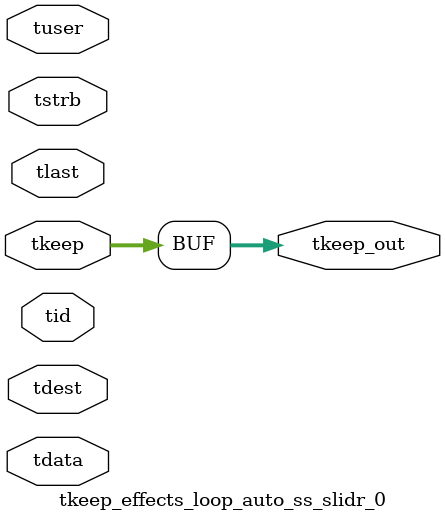
<source format=v>


`timescale 1ps/1ps

module tkeep_effects_loop_auto_ss_slidr_0 #
(
parameter C_S_AXIS_TDATA_WIDTH = 32,
parameter C_S_AXIS_TUSER_WIDTH = 0,
parameter C_S_AXIS_TID_WIDTH   = 0,
parameter C_S_AXIS_TDEST_WIDTH = 0,
parameter C_M_AXIS_TDATA_WIDTH = 32
)
(
input  [(C_S_AXIS_TDATA_WIDTH == 0 ? 1 : C_S_AXIS_TDATA_WIDTH)-1:0     ] tdata,
input  [(C_S_AXIS_TUSER_WIDTH == 0 ? 1 : C_S_AXIS_TUSER_WIDTH)-1:0     ] tuser,
input  [(C_S_AXIS_TID_WIDTH   == 0 ? 1 : C_S_AXIS_TID_WIDTH)-1:0       ] tid,
input  [(C_S_AXIS_TDEST_WIDTH == 0 ? 1 : C_S_AXIS_TDEST_WIDTH)-1:0     ] tdest,
input  [(C_S_AXIS_TDATA_WIDTH/8)-1:0 ] tkeep,
input  [(C_S_AXIS_TDATA_WIDTH/8)-1:0 ] tstrb,
input                                                                    tlast,
output [(C_M_AXIS_TDATA_WIDTH/8)-1:0 ] tkeep_out
);

assign tkeep_out = {tkeep[7:0]};

endmodule


</source>
